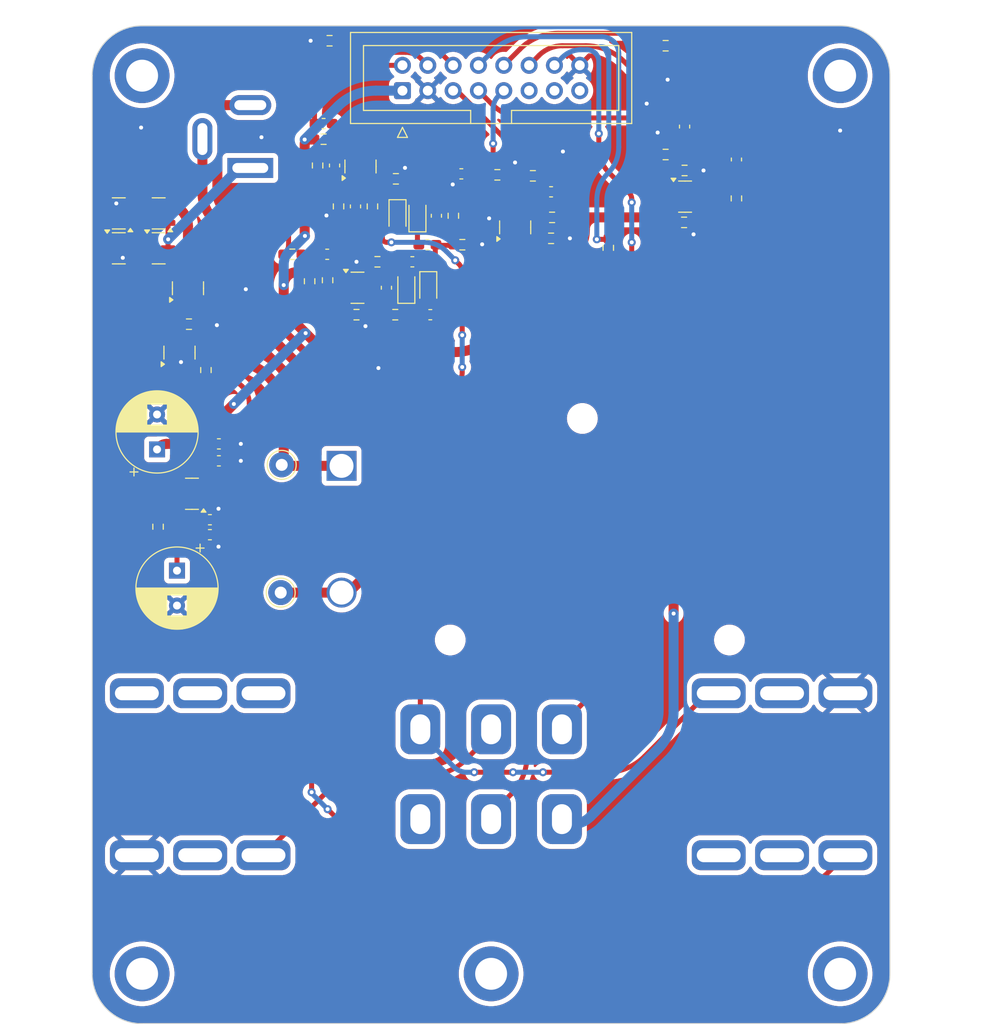
<source format=kicad_pcb>
(kicad_pcb (version 20241229) (generator "pcbnew") (generator_version "9.0")
  (layers (0 "F.Cu" signal) (2 "B.Cu" signal) (13 "F.Paste" user) (15 "B.Paste" user) (5 "F.SilkS" user "F.Silkscreen") (7 "B.SilkS" user "B.Silkscreen") (1 "F.Mask" user) (3 "B.Mask" user) (25 "Edge.Cuts" user))
  (net 0 "")
  (net 1 "Net-(D1-K)")
  (net 2 "Net-(D1-A)")
  (net 3 "Net-(D3-K)")
  (net 4 "Net-(D3-A)")
  (net 5 "Net-(Q1-E)")
  (net 6 "Net-(Q2-E)")
  (net 7 "Net-(Q3-B)")
  (net 8 "Net-(Q3-E)")
  (net 9 "Net-(Q3-C)")
  (net 10 "Net-(Q5-B)")
  (net 11 "Net-(Q4-B)")
  (net 12 "Net-(Q4-C)")
  (net 13 "0")
  (net 14 "9V")
  (net 15 "Net-(Q1-B)")
  (net 16 "Net-(Q2-B)")
  (net 17 "Net-(C2-Pad1)")
  (net 18 "Net-(C4-Pad1)")
  (net 19 "Net-(C7-Pad1)")
  (net 20 "BAT-")
  (net 21 "Net-(Q4-E)")
  (net 24 "BAT+")
  (net 25 "FS_OUT")
  (net 29 "F_OUT")
  (net 30 "Net-(SW1A-B)")
  (net 31 "SW_IN")
  (net 33 "IN_CONNECT")
  (net 34 "CONN-")
  (net 35 "CONN+")
  (net 36 "Net-(J6B-Pin_5)")
  (net 37 "Net-(J6B-Pin_9)")
  (net 38 "Net-(J6D-Pin_8)")
  (net 39 "Net-(J6A-Pin_4)")
  (net 40 "Net-(J6C-Pin_14)")
  (net 41 "Net-(J6E-Pin_10)")
  (net 45 "Net-(SW1B-B)")
  (net 46 "REG_IN")
  (net 47 "Net-(Q12-D)")
  (net 50 "Net-(J6C-Pin_12)")
  (net 51 "Net-(J6A-Pin_6)")
  (footprint "Resistor_SMD:R_0603_1608Metric_Pad0.98x0.95mm_HandSolder" (layer "F.Cu") (at 80.45 65.3375 180)
    (property "Reference" "R2" (hide yes))
    (property "Value" "100")
  )
  (footprint "Capacitor_SMD:C_0603_1608Metric_Pad1.08x0.95mm_HandSolder" (layer "F.Cu") (at 82.1 73.65)
    (property "Reference" "C6" (hide yes))
    (property "Value" "1u")
  )
  (footprint "Diode_SMD:D_SOD-323" (layer "F.Cu") (at 81.5 76.2 90)
    (property "Reference" "D3" (hide yes))
    (property "Value" "1N4148WS")
  )
  (footprint "Diode_SMD:D_SOD-323" (layer "F.Cu") (at 83.7 76.25 -90)
    (property "Reference" "D5" (hide yes))
    (property "Value" "1N4148WS")
  )
  (footprint "Capacitor_SMD:C_0603_1608Metric_Pad1.08x0.95mm_HandSolder" (layer "F.Cu") (at 87.0125 64.8375)
    (property "Reference" "C13" (hide yes))
    (property "Value" "10n")
  )
  (footprint "Resistor_SMD:R_0603_1608Metric_Pad0.98x0.95mm_HandSolder" (layer "F.Cu") (at 94.1875 65.0375)
    (property "Reference" "R22" (hide yes))
    (property "Value" "22k")
  )
  (footprint "pedale:M3_hole_with_spacer" (layer "F.Cu") (at 55 145)
    (property "Reference" "H3" (hide yes))
    (property "Value" "MountingHole")
  )
  (footprint "Capacitor_SMD:C_0603_1608Metric_Pad1.08x0.95mm_HandSolder" (layer "F.Cu") (at 96.0125 66.6375 180)
    (property "Reference" "C12" (hide yes))
    (property "Value" "4.7n")
  )
  (footprint "Resistor_SMD:R_0603_1608Metric_Pad0.98x0.95mm_HandSolder" (layer "F.Cu") (at 73.6 75.5 -90)
    (property "Reference" "R9" (hide yes))
    (property "Value" "470k")
  )
  (footprint "pedale:floating_red_led" (layer "F.Cu") (at 106 117)
    (property "Reference" "D9" (hide yes))
    (property "Value" "floating_red_led")
  )
  (footprint "Resistor_SMD:R_0603_1608Metric_Pad0.98x0.95mm_HandSolder" (layer "F.Cu") (at 61.4 84.5 -90)
    (property "Reference" "R27" (hide yes))
    (property "Value" "100k")
  )
  (footprint "Package_TO_SOT_SMD:SOT-23" (layer "F.Cu") (at 56.6625 68.8 180)
    (property "Reference" "Q10" (hide yes))
    (property "Value" "AO3401A")
  )
  (footprint "Resistor_SMD:R_0603_1608Metric_Pad0.98x0.95mm_HandSolder" (layer "F.Cu") (at 101.75 72.25 -90)
    (property "Reference" "R26" (hide yes))
    (property "Value" "1k")
  )
  (footprint "Capacitor_SMD:C_0603_1608Metric_Pad1.08x0.95mm_HandSolder" (layer "F.Cu") (at 84.5125 69.0375 90)
    (property "Reference" "C9" (hide yes))
    (property "Value" "470p")
  )
  (footprint "pedale:M3_hole_with_spacer" (layer "F.Cu") (at 125 145)
    (property "Reference" "H4" (hide yes))
    (property "Value" "MountingHole")
  )
  (footprint "Resistor_SMD:R_0603_1608Metric_Pad0.98x0.95mm_HandSolder" (layer "F.Cu") (at 78.6 73.65 180)
    (property "Reference" "R8" (hide yes))
    (property "Value" "100k")
  )
  (footprint "Capacitor_SMD:C_0603_1608Metric_Pad1.08x0.95mm_HandSolder" (layer "F.Cu") (at 109.4 60.1 -90)
    (property "Reference" "C10" (hide yes))
    (property "Value" "100n")
  )
  (footprint "Capacitor_SMD:C_0603_1608Metric_Pad1.08x0.95mm_HandSolder" (layer "F.Cu") (at 62.7 91.897349)
    (property "Reference" "C17" (hide yes))
    (property "Value" "10u")
  )
  (footprint "Connector_IDC:IDC-Header_2x08_P2.54mm_Vertical" (layer "F.Cu") (at 81.11 56.5025 90)
    (property "Reference" "J6" (hide yes))
    (property "Value" "top_panel_connector")
  )
  (footprint "Capacitor_SMD:C_0603_1608Metric_Pad1.08x0.95mm_HandSolder" (layer "F.Cu") (at 61.8 100.997349 180)
    (property "Reference" "C18" (hide yes))
    (property "Value" "100n")
  )
  (footprint "Capacitor_SMD:C_0603_1608Metric_Pad1.08x0.95mm_HandSolder" (layer "F.Cu") (at 62.7 93.597349)
    (property "Reference" "C16" (hide yes))
    (property "Value" "10u")
  )
  (footprint "Capacitor_SMD:C_0603_1608Metric_Pad1.08x0.95mm_HandSolder" (layer "F.Cu") (at 61.8 99.497349)
    (property "Reference" "C14" (hide yes))
    (property "Value" "10u")
  )
  (footprint "Resistor_SMD:R_0603_1608Metric_Pad0.98x0.95mm_HandSolder" (layer "F.Cu") (at 80.3875 78.95)
    (property "Reference" "R12" (hide yes))
    (property "Value" "10k")
  )
  (footprint "pedale:M3_hole_with_spacer" (layer "F.Cu") (at 90 145)
    (property "Reference" "H5" (hide yes))
    (property "Value" "MountingHole")
  )
  (footprint "Diode_SMD:D_SOD-323" (layer "F.Cu") (at 80.6125 69.0375 -90)
    (property "Reference" "D2" (hide yes))
    (property "Value" "1N4148WS")
  )
  (footprint "pedale:M3_hole_with_spacer" (layer "F.Cu") (at 55 55)
    (property "Reference" "H1" (hide yes))
    (property "Value" "MountingHole")
  )
  (footprint "pedale:BarrelJack" (layer "F.Cu") (at 65.85 64.25 180)
    (property "Reference" "J9" (hide yes))
    (property "Value" "Barrel_Jack_Switch")
  )
  (footprint "pedale:bottom_plate" (layer "F.Cu") (at 50 50)
    (property "Reference" "P2" (hide yes))
    (property "Value" "bottom_panel")
  )
  (footprint "Resistor_SMD:R_0603_1608Metric_Pad0.98x0.95mm_HandSolder" (layer "F.Cu") (at 114.6 67.3 -90)
    (property "Reference" "R20" (hide yes))
    (property "Value" "15k")
  )
  (footprint "Capacitor_THT:CP_Radial_D8.0mm_P3.50mm" (layer "F.Cu") (at 56.5 92.45 90)
    (property "Reference" "C19" (hide yes))
    (property "Value" "470u")
  )
  (footprint "Package_TO_SOT_SMD:SOT-23" (layer "F.Cu") (at 58.75 82.75 90)
    (property "Reference" "Q12" (hide yes))
    (property "Value" "AO3400A")
  )
  (footprint "Resistor_SMD:R_0603_1608Metric_Pad0.98x0.95mm_HandSolder" (layer "F.Cu") (at 71.8 75.6 -90)
    (property "Reference" "R10" (hide yes))
    (property "Value" "10k")
  )
  (footprint "Capacitor_SMD:C_0603_1608Metric_Pad1.08x0.95mm_HandSolder" (layer "F.Cu") (at 83.9 78.95)
    (property "Reference" "C7" (hide yes))
    (property "Value" "100n")
  )
  (footprint "Resistor_SMD:R_0603_1608Metric_Pad0.98x0.95mm_HandSolder" (layer "F.Cu") (at 70.0625 72.9)
    (property "Reference" "R7" (hide yes))
    (property "Value" "10k")
  )
  (footprint "Capacitor_SMD:C_0603_1608Metric_Pad1.08x0.95mm_HandSolder" (layer "F.Cu") (at 73.2 59.8 180)
    (property "Reference" "C3" (hide yes))
    (property "Value" "1u")
  )
  (footprint "Resistor_SMD:R_0603_1608Metric_Pad0.98x0.95mm_HandSolder" (layer "F.Cu") (at 59.7 79.9 180)
    (property "Reference" "R23" (hide yes))
    (property "Value" "100k")
  )
  (footprint "Capacitor_SMD:C_0603_1608Metric_Pad1.08x0.95mm_HandSolder" (layer "F.Cu") (at 79.5 76.25 -90)
    (property "Reference" "C5" (hide yes))
    (property "Value" "470p")
  )
  (footprint "Package_TO_SOT_SMD:SOT-23" (layer "F.Cu") (at 92.4125 70.2 90)
    (property "Reference" "Q2" (hide yes))
    (property "Value" "MMBT5551")
  )
  (footprint "Package_TO_SOT_SMD:SOT-23" (layer "F.Cu") (at 60 96.897349 180)
    (property "Reference" "Q5" (hide yes))
    (property "Value" "MMBT5551")
  )
  (footprint "Resistor_SMD:R_0603_1608Metric_Pad0.98x0.95mm_HandSolder" (layer "F.Cu") (at 86.2125 69.0375 90)
    (property "Reference" "R14" (hide yes))
    (property "Value" "470k")
  )
  (footprint "Capacitor_SMD:C_0603_1608Metric_Pad1.08x0.95mm_HandSolder" (layer "F.Cu") (at 83.6125 71.9375 180)
    (property "Reference" "C8" (hide yes))
    (property "Value" "1u")
  )
  (footprint "pedale:Jack_6.35mm" (layer "F.Cu") (at 67.175 133.115 180)
    (property "Reference" "J2" (hide yes))
    (property "Value" "Jack_6.35")
  )
  (footprint "Package_TO_SOT_SMD:SOT-23" (layer "F.Cu") (at 56.6625 72.3)
    (property "Reference" "Q8" (hide yes))
    (property "Value" "AO3401A")
  )
  (footprint "Diode_SMD:D_SOD-323" (layer "F.Cu") (at 82.6125 69.0375 90)
    (property "Reference" "D1" (hide yes))
    (property "Value" "1N4148WS")
  )
  (footprint "Resistor_SMD:R_0603_1608Metric_Pad0.98x0.95mm_HandSolder" (layer "F.Cu") (at 107.5 62.9 180)
    (property "Reference" "R19" (hide yes))
    (property "Value" "470k")
  )
  (footprint "Resistor_SMD:R_0603_1608Metric_Pad0.98x0.95mm_HandSolder" (layer "F.Cu") (at 73.8 51.5 180)
    (property "Reference" "R6" (hide yes))
    (property "Value" "1k")
  )
  (footprint "Resistor_SMD:R_0603_1608Metric_Pad0.98x0.95mm_HandSolder" (layer "F.Cu") (at 96.0125 71.3)
    (property "Reference" "R16" (hide yes))
    (property "Value" "150")
  )
  (footprint "Package_TO_SOT_SMD:SOT-23" (layer "F.Cu") (at 76.9 64.1 90)
    (property "Reference" "Q4" (hide yes))
    (property "Value" "MMBT5551")
  )
  (footprint "Resistor_SMD:R_0603_1608Metric_Pad0.98x0.95mm_HandSolder" (layer "F.Cu") (at 109.35 69.7)
    (property "Reference" "R21" (hide yes))
    (property "Value" "3.3k")
  )
  (footprint "Package_TO_SOT_SMD:SOT-23" (layer "F.Cu") (at 76.6 76.25)
    (property "Reference" "Q1" (hide yes))
    (property "Value" "MMBT5551")
  )
  (footprint "Resistor_SMD:R_0603_1608Metric_Pad0.98x0.95mm_HandSolder" (layer "F.Cu") (at 72.6 64 90)
    (property "Reference" "R4" (hide yes))
    (property "Value" "470k")
  )
  (footprint "Package_TO_SOT_SMD:SOT-23" (layer "F.Cu") (at 109.45 67.12)
    (property "Reference" "Q3" (hide yes))
    (property "Value" "MMBT5551")
  )
  (footprint "pedale:Jack_6.35mm" (layer "F.Cu") (at 112.825 116.885)
    (property "Reference" "J1" (hide yes))
    (property "Value" "Jack_6.35")
  )
  (footprint "Resistor_SMD:R_0603_1608Metric_Pad0.98x0.95mm_HandSolder" (layer "F.Cu") (at 76.5 78.95)
    (property "Reference" "R11" (hide yes))
    (property "Value" "150")
  )
  (footprint "Resistor_SMD:R_0603_1608Metric_Pad0.98x0.95mm_HandSolder" (layer "F.Cu") (at 96.1125 69.2 180)
    (property "Reference" "R15" (hide yes))
    (property "Value" "10k")
  )
  (footprint "Package_TO_SOT_SMD:SOT-23" (layer "F.Cu") (at 59.6 76.3 90)
    (property "Reference" "Q6" (hide yes))
    (property "Value" "AO3401A")
  )
  (footprint "Capacitor_SMD:C_0603_1608Metric_Pad1.08x0.95mm_HandSolder" (layer "F.Cu") (at 114.6 63.4 90)
    (property "Reference" "C11" (hide yes))
    (property "Value" "100n")
  )
  (footprint "pedale:foot_switch_tht_no_pad" (layer "F.Cu") (at 90 125)
    (property "Reference" "SW1" (hide yes))
    (property "Value" "pedala_switch")
  )
  (footprint "Resistor_SMD:R_0603_1608Metric_Pad0.98x0.95mm_HandSolder" (layer "F.Cu") (at 56.6 100.197349 90)
    (property "Reference" "R24" (hide yes))
    (property "Value" "1k")
  )
  (footprint "Package_TO_SOT_SMD:SOT-23" (layer "F.Cu") (at 52.6625 72.3)
    (property "Reference" "Q13" (hide yes))
    (property "Value" "AO3400A")
  )
  (footprint "Capacitor_SMD:C_0603_1608Metric_Pad1.08x0.95mm_HandSolder" (layer "F.Cu") (at 74.3 64 90)
    (property "Reference" "C1" (hide yes))
    (property "Value" "470p")
  )
  (footprint "Resistor_SMD:R_0603_1608Metric_Pad0.98x0.95mm_HandSolder" (layer "F.Cu") (at 87.1125 71.9375)
    (property "Reference" "R13" (hide yes))
    (property "Value" "100k")
  )
  (footprint "Package_TO_SOT_SMD:SOT-23" (layer "F.Cu") (at 52.6625 68.8 180)
    (property "Reference" "Q14" (hide yes))
    (property "Value" "AO3400A")
  )
  (footprint "Resistor_SMD:R_0603_1608Metric_Pad0.98x0.95mm_HandSolder" (layer "F.Cu") (at 109.4 64.5)
    (property "Reference" "R18" (hide yes))
    (property "Value" "100k")
  )
  (footprint "TestPoint:TestPoint_THTPad_D2.5mm_Drill1.2mm" (layer "F.Cu") (at 69 94)
    (property "Reference" "J7" (hide yes))
    (property "Value" "Conn_01x01_Socket")
  )
  (footprint "Resistor_SMD:R_0603_1608Metric_Pad0.98x0.95mm_HandSolder" (layer "F.Cu") (at 107.5 52 180)
    (property "Reference" "R25" (hide yes))
    (property "Value" "1k")
  )
  (footprint "Resistor_SMD:R_0603_1608Metric_Pad0.98x0.95mm_HandSolder" (layer "F.Cu") (at 73.2 61.3625)
    (property "Reference" "R5" (hide yes))
    (property "Value" "10k")
  )
  (footprint "pedale:BatteryHolder_Eagle_12BH611-GR" (layer "F.Cu") (at 75 94.1 180)
    (property "Reference" "BT1" (hide yes))
    (property "Value" "Battery_Cell")
  )
  (footprint "Resistor_SMD:R_0603_1608Metric_Pad0.98x0.95mm_HandSolder" (layer "F.Cu") (at 74.7 68.1 -90)
    (property "Reference" "R1" (hide yes))
    (property "Value" "47k")
  )
  (footprint "pedale:M3_hole_with_spacer" (layer "F.Cu") (at 125 55)
    (property "Reference" "H2" (hide yes))
    (property "Value" "MountingHole")
  )
  (footprint "Capacitor_SMD:C_0603_1608Metric_Pad1.08x0.95mm_HandSolder" (layer "F.Cu") (at 73.5625 72.9)
    (property "Reference" "C4" (hide yes))
    (property "Value" "100n")
  )
  (footprint "TestPoint:TestPoint_THTPad_D2.5mm_Drill1.2mm" (layer "F.Cu") (at 68.9 106.8)
    (property "Reference" "J8" (hide yes))
    (property "Value" "Conn_01x01_Socket")
  )
  (footprint "pedale:front_plate" (layer "F.Cu") (at 50 50)
    (property "Reference" "P1" (hide yes))
    (property "Value" "front_panel")
  )
  (footprint "Resistor_SMD:R_0603_1608Metric_Pad0.98x0.95mm_HandSolder" (layer "F.Cu") (at 90.625 64.9375 180)
    (property "Reference" "R17" (hide yes))
    (property "Value" "39k")
  )
  (footprint "Resistor_SMD:R_0603_1608Metric_Pad0.98x0.95mm_HandSolder" (layer "F.Cu") (at 78.1 68.1 -90)
    (property "Reference" "R3" (hide yes))
    (property "Value" "47k")
  )
  (footprint "Capacitor_THT:CP_Radial_D8.0mm_P3.50mm" (layer "F.Cu") (at 58.5 104.597349 -90)
    (property "Reference" "C20" (hide yes))
    (property "Value" "470u")
  )
  (footprint "pedale:floating_green_led" (layer "F.Cu") (at 74 117)
    (property "Reference" "D8" (hide yes))
    (property "Value" "floating_green_led")
  )
  (footprint "Capacitor_SMD:C_0603_1608Metric_Pad1.08x0.95mm_HandSolder" (layer "F.Cu") (at 76.4 68.1 90)
    (property "Reference" "C2" (hide yes))
    (property "Value" "1u")
  )
  (gr_line (start 50 55) (end 50 145) (stroke (width 0.1)) (layer "Edge.Cuts"))
  (gr_arc (start 50 55) (mid 51.464467 51.464467) (end 55 50) (stroke (width 0.1)) (layer "Edge.Cuts"))
  (gr_arc (start 125 50) (mid 128.535533 51.464467) (end 130 55) (stroke (width 0.1)) (layer "Edge.Cuts"))
  (gr_line (start 55 150) (end 125 150) (stroke (width 0.1)) (layer "Edge.Cuts"))
  (gr_line (start 130 145) (end 130 55) (stroke (width 0.1)) (layer "Edge.Cuts"))
  (gr_arc (start 55 150) (mid 51.464467 148.535533) (end 50 145) (stroke (width 0.1)) (layer "Edge.Cuts"))
  (gr_line (start 125 50) (end 55 50) (stroke (width 0.1)) (layer "Edge.Cuts"))
  (gr_arc (start 130 145) (mid 128.535533 148.535533) (end 125 150) (stroke (width 0.1)) (layer "Edge.Cuts"))
  (segment (start 82.6125 71.479917) (end 82.6125 70.0875) (width 0.5) (layer "F.Cu") (net 1))
  (segment (start 82.6125 70.0875) (end 80.6125 70.0875) (width 0.5) (layer "F.Cu") (net 1))
  (segment (start 82.75 71.885355) (end 82.75 71.9375) (width 0.5) (layer "F.Cu") (net 1))
  (segment (start 82.70625 71.70625) (end 82.775 71.775) (width 0.5) (layer "F.Cu") (net 1))
  (arc (start 82.775 71.825) (mid 82.756497 71.852691) (end 82.75 71.885355) (width 0.5) (layer "F.Cu") (net 1))
  (arc (start 82.775 71.775) (mid 82.785355 71.8) (end 82.775 71.825) (width 0.5) (layer "F.Cu") (net 1))
  (arc (start 82.6125 71.479917) (mid 82.636864 71.602407) (end 82.70625 71.70625) (width 0.5) (layer "F.Cu") (net 1))
  (segment (start 84.67071 68.1) (end 86.5 68.1) (width 0.5) (layer "F.Cu") (net 2))
  (segment (start 82.7 68) (end 80.6 68) (width 0.5) (layer "F.Cu") (net 2))
  (segment (start 91.4 65.3) (end 91.95 65.85) (width 0.5) (layer "F.Cu") (net 2))
  (segment (start 96.875 67.03125) (end 96.875 66.6375) (width 0.5) (layer "F.Cu") (net 2))
  (segment (start 91.4 65.3) (end 89.342462 67.357537) (width 0.5) (layer "F.Cu") (net 2))
  (segment (start 82.7 68) (end 84.429289 68) (width 0.5) (layer "F.Cu") (net 2))
  (segment (start 95.55 68.75) (end 95.25 69.05) (width 0.5) (layer "F.Cu") (net 2))
  (segment (start 86.5 68.1) (end 87.55 68.1) (width 0.5) (layer "F.Cu") (net 2))
  (segment (start 94.887867 69.2) (end 92.5 69.2) (width 0.5) (layer "F.Cu") (net 2))
  (segment (start 92.5 69.2) (end 92.5 67.177817) (width 0.5) (layer "F.Cu") (net 2))
  (segment (start 96.596576 67.703423) (end 95.55 68.75) (width 0.5) (layer "F.Cu") (net 2))
  (arc (start 89.342462 67.357537) (mid 88.520073 67.90704) (end 87.55 68.1) (width 0.5) (layer "F.Cu") (net 2))
  (arc (start 84.55 68.05) (mid 84.494617 68.012994) (end 84.429289 68) (width 0.5) (layer "F.Cu") (net 2))
  (arc (start 96.875 67.03125) (mid 96.802639 67.395027) (end 96.596576 67.703423) (width 0.5) (layer "F.Cu") (net 2))
  (arc (start 91.95 65.85) (mid 92.357059 66.459207) (end 92.5 67.177817) (width 0.5) (layer "F.Cu") (net 2))
  (arc (start 95.25 69.05) (mid 95.083852 69.161016) (end 94.887867 69.2) (width 0.5) (layer "F.Cu") (net 2))
  (arc (start 84.55 68.05) (mid 84.605382 68.087005) (end 84.67071 68.1) (width 0.5) (layer "F.Cu") (net 2))
  (segment (start 79.55 77.25) (end 79.5 77.3) (width 0.5) (layer "F.Cu") (net 3))
  (segment (start 73.2 76.2) (end 77.4 76.2) (width 0.5) (layer "F.Cu") (net 3))
  (segment (start 73.109206 76.4125) (end 71.8 76.4125) (width 0.5) (layer "F.Cu") (net 3))
  (segment (start 79.5 77.1125) (end 79.5 78.729289) (width 0.5) (layer "F.Cu") (net 3))
  (segment (start 79.5 77.1125) (end 79.00625 77.1125) (width 0.5) (layer "F.Cu") (net 3))
  (segment (start 78.163366 76.763366) (end 77.6 76.2) (width 0.5) (layer "F.Cu") (net 3))
  (segment (start 73.635355 76.564644) (end 74.1 76.1) (width 0.5) (layer "F.Cu") (net 3))
  (segment (start 73.564644 76.664644) (end 73.45625 76.55625) (width 0.5) (layer "F.Cu") (net 3))
  (segment (start 79.4 78.829289) (end 79.4 77.541421) (width 0.5) (layer "F.Cu") (net 3))
  (segment (start 79.77071 77.3) (end 83.7 77.3) (width 0.5) (layer "F.Cu") (net 3))
  (arc (start 79.4 78.829289) (mid 79.41808 78.856349) (end 79.45 78.85) (width 0.5) (layer "F.Cu") (net 3))
  (arc (start 73.635355 76.564644) (mid 73.609188 76.603805) (end 73.6 76.65) (width 0.5) (layer "F.Cu") (net 3))
  (arc (start 79.5 78.729289) (mid 79.487005 78.794617) (end 79.45 78.85) (width 0.5) (layer "F.Cu") (net 3))
  (arc (start 79.65 77.25) (mid 79.6 77.229289) (end 79.55 77.25) (width 0.5) (layer "F.Cu") (net 3))
  (arc (start 73.564644 76.664644) (mid 73.587214 76.669133) (end 73.6 76.65) (width 0.5) (layer "F.Cu") (net 3))
  (arc (start 79.5 77.3) (mid 79.425989 77.410764) (end 79.4 77.541421) (width 0.5) (layer "F.Cu") (net 3))
  (arc (start 73.45625 76.55625) (mid 73.297025 76.449859) (end 73.109206 76.4125) (width 0.5) (layer "F.Cu") (net 3))
  (arc (start 79.65 77.25) (mid 79.705382 77.287005) (end 79.77071 77.3) (width 0.5) (layer "F.Cu") (net 3))
  (arc (start 78.163366 76.763366) (mid 78.550084 77.021763) (end 79.00625 77.1125) (width 0.5) (layer "F.Cu") (net 3))
  (segment (start 83.047855 75.2) (end 83.7 75.2) (width 0.5) (layer "F.Cu") (net 4))
  (segment (start 82.927144 75.15) (end 81.5 75.15) (width 0.5) (layer "F.Cu") (net 4))
  (segment (start 82.9625 75.114644) (end 82.9625 73.65) (width 0.5) (layer "F.Cu") (net 4))
  (arc (start 82.9875 75.175) (mid 82.959808 75.156497) (end 82.927144 75.15) (width 0.5) (layer "F.Cu") (net 4))
  (arc (start 82.927144 75.15) (mid 82.952144 75.139644) (end 82.9625 75.114644) (width 0.5) (layer "F.Cu") (net 4))
  (arc (start 82.9625 75.114644) (mid 82.968997 75.147308) (end 82.9875 75.175) (width 0.5) (layer "F.Cu") (net 4))
  (arc (start 82.9875 75.175) (mid 83.015191 75.193502) (end 83.047855 75.2) (width 0.5) (layer "F.Cu") (net 4))
  (segment (start 75.625 78.9125) (end 75.5875 78.95) (width 0.5) (layer "F.Cu") (net 5))
  (segment (start 75.6625 78.821966) (end 75.6625 77.2) (width 0.5) (layer "F.Cu") (net 5))
  (arc (start 75.6625 78.821966) (mid 75.652754 78.870962) (end 75.625 78.9125) (width 0.5) (layer "F.Cu") (net 5))
  (segment (start 95.01875 71.21875) (end 95.1 71.3) (width 0.5) (layer "F.Cu") (net 6))
  (segment (start 94.822595 71.1375) (end 93.3625 71.1375) (width 0.5) (layer "F.Cu") (net 6))
  (arc (start 95.01875 71.21875) (mid 94.928753 71.158616) (end 94.822595 71.1375) (width 0.5) (layer "F.Cu") (net 6))
  (segment (start 108.454973 66.154973) (end 108.435 66.135) (width 0.5) (layer "F.Cu") (net 7))
  (segment (start 108.49125 66.17) (end 108.5125 66.17) (width 0.5) (layer "F.Cu") (net 7))
  (segment (start 108.5 65.929289) (end 108.5 62.5) (width 0.5) (layer "F.Cu") (net 7))
  (segment (start 109.4 61.28125) (end 109.4 60.9625) (width 0.5) (layer "F.Cu") (net 7))
  (segment (start 108.5 62.5) (end 109.174609 61.82539) (width 0.5) (layer "F.Cu") (net 7))
  (segment (start 108.45 66.05) (end 108.435 66.065) (width 0.5) (layer "F.Cu") (net 7))
  (arc (start 108.435 66.065) (mid 108.420502 66.1) (end 108.435 66.135) (width 0.5) (layer "F.Cu") (net 7))
  (arc (start 108.5 65.929289) (mid 108.487005 65.994617) (end 108.45 66.05) (width 0.5) (layer "F.Cu") (net 7))
  (arc (start 108.454973 66.154973) (mid 108.471617 66.166094) (end 108.49125 66.17) (width 0.5) (layer "F.Cu") (net 7))
  (arc (start 109.4 61.28125) (mid 109.341422 61.575736) (end 109.174609 61.82539) (width 0.5) (layer "F.Cu") (net 7))
  (segment (start 108.475 69.6625) (end 108.4375 69.7) (width 0.5) (layer "F.Cu") (net 8))
  (segment (start 108.5125 69.571966) (end 108.5125 68.07) (width 0.5) (layer "F.Cu") (net 8))
  (arc (start 108.5125 69.571966) (mid 108.502754 69.620962) (end 108.475 69.6625) (width 0.5) (layer "F.Cu") (net 8))
  (segment (start 110.3875 67.08625) (end 110.3875 67.0125) (width 0.5) (layer "F.Cu") (net 9))
  (segment (start 110.42125 67.12) (end 113.349544 67.12) (width 0.5) (layer "F.Cu") (net 9))
  (segment (start 110.3875 67.15375) (end 110.3875 67.1875) (width 0.5) (layer "F.Cu") (net 9))
  (segment (start 114.6 65.869544) (end 114.6 64.2625) (width 0.5) (layer "F.Cu") (net 9))
  (segment (start 110.3875 67.15375) (end 110.3875 67.08625) (width 0.5) (layer "F.Cu") (net 9))
  (arc (start 114.6 65.869544) (mid 114.504814 66.348072) (end 114.23375 66.75375) (width 0.5) (layer "F.Cu") (net 9))
  (arc (start 110.3875 67.08625) (mid 110.397385 67.110114) (end 110.42125 67.12) (width 0.5) (layer "F.Cu") (net 9))
  (arc (start 114.23375 66.75375) (mid 113.828072 67.024814) (end 113.349544 67.12) (width 0.5) (layer "F.Cu") (net 9))
  (arc (start 110.42125 67.12) (mid 110.397385 67.129885) (end 110.3875 67.15375) (width 0.5) (layer "F.Cu") (net 9))
  (segment (start 58.5 101.509481) (end 58.5 104.597349) (width 0.5) (layer "F.Cu") (net 10))
  (segment (start 57.987867 100.997349) (end 56.792049 100.997349) (width 0.5) (layer "F.Cu") (net 10))
  (segment (start 61.1 97.897349) (end 61.2 97.797349) (width 0.5) (layer "F.Cu") (net 10))
  (segment (start 56.65625 101.053599) (end 56.6 101.109849) (width 0.5) (layer "F.Cu") (net 10))
  (segment (start 60.658578 100.997349) (end 59.012132 100.997349) (width 0.5) (layer "F.Cu") (net 10))
  (segment (start 61 100.655927) (end 61 98.13877) (width 0.5) (layer "F.Cu") (net 10))
  (arc (start 61.1 97.897349) (mid 61.025989 98.008113) (end 61 98.13877) (width 0.5) (layer "F.Cu") (net 10))
  (arc (start 58.5 101.509481) (mid 58.461016 101.313496) (end 58.35 101.147349) (width 0.5) (layer "F.Cu") (net 10))
  (arc (start 60.9 100.897349) (mid 60.789234 100.971359) (end 60.658578 100.997349) (width 0.5) (layer "F.Cu") (net 10))
  (arc (start 59.012132 100.997349) (mid 58.816147 101.036332) (end 58.65 101.147349) (width 0.5) (layer "F.Cu") (net 10))
  (arc (start 58.35 101.147349) (mid 58.5 101.209481) (end 58.65 101.147349) (width 0.5) (layer "F.Cu") (net 10))
  (arc (start 58.35 101.147349) (mid 58.183852 101.036332) (end 57.987867 100.997349) (width 0.5) (layer "F.Cu") (net 10))
  (arc (start 61 100.655927) (mid 60.97401 100.786583) (end 60.9 100.897349) (width 0.5) (layer "F.Cu") (net 10))
  (arc (start 56.792049 100.997349) (mid 56.718555 101.011967) (end 56.65625 101.053599) (width 0.5) (layer "F.Cu") (net 10))
  (arc (start 58.65 101.147349) (mid 58.538983 101.313496) (end 58.5 101.509481) (width 0.5) (layer "F.Cu") (net 10))
  (segment (start 76.175 67.0125) (end 76.375 67.2125) (width 0.5) (layer "F.Cu") (net 11))
  (segment (start 74.214644 64.9125) (end 72.6 64.9125) (width 0.5) (layer "F.Cu") (net 11))
  (segment (start 74.335355 64.8625) (end 75.651256 64.8625) (width 0.5) (layer "F.Cu") (net 11))
  (segment (start 76.314644 67.1875) (end 74.7 67.1875) (width 0.5) (layer "F.Cu") (net 11))
  (segment (start 75.95 66.469301) (end 75.95 65.161243) (width 0.5) (layer "F.Cu") (net 11))
  (arc (start 74.335355 64.8625) (mid 74.302691 64.868997) (end 74.275 64.8875) (width 0.5) (layer "F.Cu") (net 11))
  (arc (start 74.275 64.8875) (mid 74.247308 64.906002) (end 74.214644 64.9125) (width 0.5) (layer "F.Cu") (net 11))
  (arc (start 75.8625 64.95) (mid 75.927259 65.046919) (end 75.95 65.161243) (width 0.5) (layer "F.Cu") (net 11))
  (arc (start 75.8625 64.95) (mid 75.76558 64.88524) (end 75.651256 64.8625) (width 0.5) (layer "F.Cu") (net 11))
  (arc (start 76.375 67.2125) (mid 76.375 67.2125) (end 76.375 67.2125) (width 0.5) (layer "F.Cu") (net 11))
  (arc (start 76.375 67.2125) (mid 76.347308 67.193997) (end 76.314644 67.1875) (width 0.5) (layer "F.Cu") (net 11))
  (arc (start 75.95 66.469301) (mid 76.008475 66.763278) (end 76.175 67.0125) (width 0.5) (layer "F.Cu") (net 11))
  (segment (start 76.835983 63.1375) (end 74.3 63.1375) (width 0.5) (layer "F.Cu") (net 12))
  (segment (start 74.1125 61.397855) (end 74.1125 62.679917) (width 0.5) (layer "F.Cu") (net 12))
  (segment (start 74.150628 63.0875) (end 72.6 63.0875) (width 0.5) (layer "F.Cu") (net 12))
  (segment (start 76.88125 63.11875) (end 76.9 63.1) (width 0.5) (layer "F.Cu") (net 12))
  (segment (start 74.0625 61.277144) (end 74.0625 59.8) (width 0.5) (layer "F.Cu") (net 12))
  (segment (start 74.25625 62.95625) (end 74.20625 62.90625) (width 0.5) (layer "F.Cu") (net 12))
  (arc (start 74.0875 61.3375) (mid 74.106002 61.365191) (end 74.1125 61.397855) (width 0.5) (layer "F.Cu") (net 12))
  (arc (start 74.1125 62.679917) (mid 74.136864 62.802407) (end 74.20625 62.90625) (width 0.5) (layer "F.Cu") (net 12))
  (arc (start 76.88125 63.11875) (mid 76.860481 63.132627) (end 76.835983 63.1375) (width 0.5) (layer "F.Cu") (net 12))
  (arc (start 74.25625 63.04375) (mid 74.20779 63.076129) (end 74.150628 63.0875) (width 0.5) (layer "F.Cu") (net 12))
  (arc (start 74.0625 61.277144) (mid 74.068997 61.309808) (end 74.0875 61.3375) (width 0.5) (layer "F.Cu") (net 12))
  (arc (start 74.25625 62.95625) (mid 74.274371 62.999999) (end 74.25625 63.04375) (width 0.5) (layer "F.Cu") (net 12))
  (segment (start 63.5625 91.897349) (end 64.9 91.897349) (width 0.5) (layer "F.Cu") (net 13))
  (segment (start 52.497855 67.85) (end 53.6 67.85) (width 0.5) (layer "F.Cu") (net 13))
  (segment (start 52.4375 67.825) (end 52.4125 67.8) (width 0.5) (layer "F.Cu") (net 13))
  (segment (start 110.2625 70.835983) (end 110.2625 69.7) (width 0.5) (layer "F.Cu") (net 13))
  (segment (start 73.4875 69.0125) (end 74.7 69.0125) (width 0.5) (layer "F.Cu") (net 13))
  (segment (start 77.4125 80.078661) (end 77.4125 78.95) (width 0.5) (layer "F.Cu") (net 13))
  (segment (start 92.985568 63.914432) (end 92.902352 63.831216) (width 0.5) (layer "F.Cu") (net 13))
  (segment (start 53.0625 73.25) (end 51.725 73.25) (width 0.5) (layer "F.Cu") (net 13))
  (segment (start 77.40625 80.09375) (end 77.4 80.1) (width 0.5) (layer "F.Cu") (net 13))
  (segment (start 96.925 71.3) (end 97.9 71.3) (width 0.5) (layer "F.Cu") (net 13))
  (segment (start 59.021338 83.6875) (end 59.7 83.6875) (width 0.5) (layer "F.Cu") (net 13))
  (segment (start 92.585568 63.7) (end 92.4 63.7) (width 0.5) (layer "F.Cu") (net 13))
  (segment (start 62.6625 98.397349) (end 62.6625 99.497349) (width 0.5) (layer "F.Cu") (net 13))
  (segment (start 89.08125 71.91875) (end 89.1 71.9) (width 0.5) (layer "F.Cu") (net 13))
  (segment (start 62.6625 100.997349) (end 62.6625 102.197349) (width 0.5) (layer "F.Cu") (net 13))
  (segment (start 110.3125 64.5) (end 111.3 64.5) (width 0.5) (layer "F.Cu") (net 13))
  (segment (start 63.5625 93.597349) (end 64.9 93.597349) (width 0.5) (layer "F.Cu") (net 13))
  (segment (start 89.035983 71.9375) (end 88.025 71.9375) (width 0.5) (layer "F.Cu") (net 13))
  (segment (start 93.2 64.432116) (end 93.2 64.909466) (width 0.5) (layer "F.Cu") (net 13))
  (segment (start 81.4125 65.2) (end 81.4125 64.1) (width 0.5) (layer "F.Cu") (net 13))
  (segment (start 76.5 73.65) (end 77.6875 73.65) (width 0.5) (layer "F.Cu") (net 13))
  (segment (start 93.2375 65) (end 93.275 65.0375) (width 0.5) (layer "F.Cu") (net 13))
  (segment (start 86.15 64.8375) (end 86.15 65.9) (width 0.5) (layer "F.Cu") (net 13))
  (segment (start 72.3875 51.5) (end 71.9 51.5) (width 0.5) (layer "F.Cu") (net 13))
  (segment (start 58.991161 83.7) (end 58.9 83.7) (width 0.5) (layer "F.Cu") (net 13))
  (segment (start 110.28125 70.88125) (end 110.3 70.9) (width 0.5) (layer "F.Cu") (net 13))
  (via (at 66.97 61.17) (size 0.8) (drill 0.4) (layers "F.Cu" "B.Cu") (net 13))
  (via (at 62.5 80) (size 0.8) (drill 0.4) (layers "F.Cu" "B.Cu") (net 13))
  (via (at 111.3 64.5) (size 0.8) (drill 0.4) (layers "F.Cu" "B.Cu") (net 13))
  (via (at 73.4875 69.0125) (size 0.8) (drill 0.4) (layers "F.Cu" "B.Cu") (net 13))
  (via (at 110.3 70.9) (size 0.8) (drill 0.4) (layers "F.Cu" "B.Cu") (net 13))
  (via (at 52.4125 67.8) (size 0.8) (drill 0.4) (layers "F.Cu" "B.Cu") (net 13))
  (via (at 65.4 76.4) (size 0.8) (drill 0.4) (layers "F.Cu" "B.Cu") (net 13))
  (via (at 62.6625 98.397349) (size 0.8) (drill 0.4) (layers "F.Cu" "B.Cu") (net 13))
  (via (at 62.6625 102.197349) (size 0.8) (drill 0.4) (layers "F.Cu" "B.Cu") (net 13))
  (via (at 71.9 51.5) (size 0.8) (drill 0.4) (layers "F.Cu" "B.Cu") (net 13))
  (via (at 64.9 93.597349) (size 0.8) (drill 0.4) (layers "F.Cu" "B.Cu") (net 13))
  (via (at 89.8 69.3) (size 0.8) (drill 0.4) (layers "F.Cu" "B.Cu") (net 13))
  (via (at 89.1 71.9) (size 0.8) (drill 0.4) (layers "F.Cu" "B.Cu") (net 13))
  (via (at 106.7 60.7) (size 0.8) (drill 0.4) (layers "F.Cu" "B.Cu") (net 13))
  (via (at 105.6 57.8) (size 0.8) (drill 0.4) (layers "F.Cu" "B.Cu") (net 13))
  (via (at 64.9 91.897349) (size 0.8) (drill 0.4) (layers "F.Cu" "B.Cu") (net 13))
  (via (at 92.4 63.7) (size 0.8) (drill 0.4) (layers "F.Cu" "B.Cu") (net 13))
  (via (at 76.5 73.65) (size 0.8) (drill 0.4) (layers "F.Cu" "B.Cu") (net 13))
  (via (at 53.0625 73.25) (size 0.8) (drill 0.4) (layers "F.Cu" "B.Cu") (net 13))
  (via (at 86.15 65.9) (size 0.8) (drill 0.4) (layers "F.Cu" "B.Cu") (net 13))
  (via (at 58.9 83.7) (size 0.8) (drill 0.4) (layers "F.Cu" "B.Cu") (net 13))
  (via (at 125 60.5) (size 0.8) (drill 0.4) (layers "F.Cu" "B.Cu") (net 13))
  (via (at 107.7 55.4) (size 0.8) (drill 0.4) (layers "F.Cu" "B.Cu") (net 13))
  (via (at 77.4 80.1) (size 0.8) (drill 0.4) (layers "F.Cu" "B.Cu") (net 13))
  (via (at 81.3625 64.2375) (size 0.8) (drill 0.4) (layers "F.Cu" "B.Cu") (net 13))
  (via (at 54.9 60.2) (size 0.8) (drill 0.4) (layers "F.Cu" "B.Cu") (net 13))
  (via (at 97.9 71.3) (size 0.8) (drill 0.4) (layers "F.Cu" "B.Cu") (net 13))
  (via (at 97.2 62.6) (size 0.8) (drill 0.4) (layers "F.Cu" "B.Cu") (net 13))
  (via (at 78.7 84.3) (size 0.8) (drill 0.4) (layers "F.Cu" "B.Cu") (net 13))
  (arc (start 59.00625 83.69375) (mid 58.999327 83.698375) (end 58.991161 83.7) (width 0.5) (layer "F.Cu") (net 13))
  (arc (start 89.08125 71.91875) (mid 89.060481 71.932627) (end 89.035983 71.9375) (width 0.5) (layer "F.Cu") (net 13))
  (arc (start 92.985568 63.914432) (mid 93.14427 64.151947) (end 93.2 64.432116) (width 0.5) (layer "F.Cu") (net 13))
  (arc (start 92.902352 63.831216) (mid 92.75701 63.734101) (end 92.585568 63.7) (width 0.5) (layer "F.Cu") (net 13))
  (arc (start 52.4375 67.825) (mid 52.465191 67.843502) (end 52.497855 67.85) (width 0.5) (layer "F.Cu") (net 13))
  (arc (start 77.4125 80.078661) (mid 77.410875 80.086827) (end 77.40625 80.09375) (width 0.5) (layer "F.Cu") (net 13))
  (arc (start 110.2625 70.835983) (mid 110.267372 70.860481) (end 110.28125 70.88125) (width 0.5) (layer "F.Cu") (net 13))
  (arc (start 93.2 64.909466) (mid 93.209745 64.958462) (end 93.2375 65) (width 0.5) (layer "F.Cu") (net 13))
  (arc (start 59.021338 83.6875) (mid 59.013172 83.689124) (end 59.00625 83.69375) (width 0.5) (layer "F.Cu") (net 13))
  (segment (start 56.518614 92.431385) (end 56.776325 92.173674) (width 1) (layer "F.Cu") (net 14))
  (segment (start 116.7 64.627575) (end 116.7 62.541463) (width 1) (layer "F.Cu") (net 14))
  (segment (start 72.28125 61.40625) (end 72.2875 61.4125) (width 1) (layer "F.Cu") (net 14))
  (segment (start 70.5 74.6875) (end 71.8 74.6875) (width 1) (layer "F.Cu") (net 14))
  (segment (start 90.143792 81.106207) (end 98.463083 72.786916) (width 1) (layer "F.Cu") (net 14))
  (segment (start 61.8375 91.897349) (end 57.443434 91.897349) (width 1) (layer "F.Cu") (net 14))
  (segment (start 115.65 67.1625) (end 114.6 68.2125) (width 1) (layer "F.Cu") (net 14))
  (segment (start 62.415506 89.684493) (end 64.2 87.9) (width 1) (layer "F.Cu") (net 14))
  (segment (start 70.45 79.85) (end 72.35 81.75) (width 1) (layer "F.Cu") (net 14))
  (segment (start 98.2125 69.2) (end 100.5875 69.2) (width 1) (layer "F.Cu") (net 14))
  (segment (start 100.5875 69.2) (end 106.3 69.2) (width 1) (layer "F.Cu") (net 14))
  (segment (start 61.8375 91.897349) (end 61.8375 93.597349) (width 1) (layer "F.Cu") (net 14))
  (segment (start 106.44375 63.04375) (end 106.5875 62.9) (width 1) (layer "F.Cu") (net 14))
  (segment (start 98.2125 69.2) (end 97.025 69.2) (width 1) (layer "F.Cu") (net 14))
  (segment (start 61.1 95.792424) (end 61.1 95.8) (width 1) (layer "F.Cu") (net 14))
  (segment (start 106.3 70.1) (end 106.3 70.5) (width 1) (layer "F.Cu") (net 14))
  (segment (start 70.3 79.7) (end 70.45 79.85) (width 1) (layer "F.Cu") (net 14))
  (segment (start 69.2 77.044365) (end 69.2 75.9875) (width 1) (layer "F.Cu") (net 14))
  (segment (start 106.3 69.2) (end 106.3 63.390793) (width 1) (layer "F.Cu") (net 14))
  (segment (start 114.6 70.942893) (end 114.6 68.2125) (width 1) (layer "F.Cu") (net 14))
  (segment (start 61.8375 94.525857) (end 61.8375 93.597349) (width 1) (layer "F.Cu") (net 14))
  (segment (start 56.473674 92.45) (end 56.447349 92.45) (width 1) (layer "F.Cu") (net 14))
  (segment (start 106.794974 71.694974) (end 107.475 72.375) (width 1) (layer "F.Cu") (net 14))
  (segment (start 71.315 71.045) (end 71.33 71.06) (width 1) (layer "F.Cu") (net 14))
  (segment (start 99.4 70.3875) (end 99.4 70.525) (width 1) (layer "F.Cu") (net 14))
  (segment (start 71.7875 61.4) (end 72.266161 61.4) (width 1) (layer "F.Cu") (net 14))
  (segment (start 61.105356 95.779492) (end 61.46875 95.416099) (width 1) (layer "F.Cu") (net 14))
  (segment (start 86.296036 82.7) (end 74.643502 82.7) (width 1) (layer "F.Cu") (net 14))
  (segment (start 106.3 70.1) (end 106.3 69.2) (width 1) (layer "F.Cu") (net 14))
  (segment (start 108.3 73.588908) (end 108.3 108.9) (width 1) (layer "F.Cu") (net 14))
  (segment (start 61.8375 91.897349) (end 61.8375 91.079924) (width 1) (layer "F.Cu") (net 14))
  (segment (start 112.892893 72.65) (end 108.138908 72.65) (width 1) (layer "F.Cu") (net 14))
  (segment (start 115.106207 58.693707) (end 108.4125 52) (width 1) (layer "F.Cu") (net 14))
  (segment (start 71.3 61.8875) (end 71.3 71.008786) (width 1) (layer "F.Cu") (net 14))
  (segment (start 108.025 72.925) (end 107.475 72.375) (width 1) (layer "F.Cu") (net 14))
  (via (at 71.4 80.8) (size 0.8) (drill 0.4) (layers "F.Cu" "B.Cu") (net 14))
  (via (at 71.33 71.06) (size 0.8) (drill 0.4) (layers "F.Cu" "B.Cu") (net 14))
  (via (at 71.3 61.4) (size 0.8) (drill 0.4) (layers "F.Cu" "B.Cu") (net 14))
  (via (at 69.2 75.9875) (size 0.8) (drill 0.4) (layers "F.Cu" "B.Cu") (net 14))
  (via (at 64.2 87.9) (size 0.8) (drill 0.4) (layers "F.Cu" "B.Cu") (net 14))
  (via (at 108.3 108.9) (size 0.8) (drill 0.4) (layers "F.Cu" "B.Cu") (net 14))
  (arc (start 72.35 81.75) (mid 73.402267 82.453103) (end 74.643502 82.7) (width 1) (layer "F.Cu") (net 14))
  (arc (start 72.28125 61.40625) (mid 72.274327 61.401624) (end 72.266161 61.4) (width 1) (layer "F.Cu") (net 14))
  (arc (start 61.8375 94.525857) (mid 61.741664 95.007652) (end 61.46875 95.416099) (width 1) (layer "F.Cu") (net 14))
  (arc (start 70.5 74.6875) (mid 69.580761 75.068261) (end 69.2 75.9875) (width 1) (layer "F.Cu") (net 14))
  (arc (start 69.2 77.044365) (mid 69.48588 78.481584) (end 70.3 79.7) (width 1) (layer "F.Cu") (net 14))
  (arc (start 62.415506 89.684493) (mid 61.987718 90.324722) (end 61.8375 91.079924) (width 1) (layer "F.Cu") (net 14))
  (arc (start 107.475 72.375) (mid 107.779603 72.578529) (end 108.138908 72.65) (width 1) (layer "F.Cu") (net 14))
  (arc (start 71.3 71.008786) (mid 71.303898 71.028385) (end 71.315 71.045) (width 1) (layer "F.Cu") (net 14))
  (arc (start 56.518614 92.431385) (mid 56.497995 92.445162) (end 56.473674 92.45) (width 1) (layer "F.Cu") (net 14))
  (arc (start 115.106207 58.693707) (mid 116.285786 60.459072) (end 116.7 62.541463) (width 1) (layer "F.Cu") (net 14))
  (arc (start 106.3 70.5) (mid 106.428639 71.146715) (end 106.794974 71.694974) (width 1) (layer "F.Cu") (net 14))
  (arc (start 57.443434 91.897349) (mid 57.082397 91.969163) (end 56.776325 92.173674) (width 1) (layer "F.Cu") (net 14))
  (arc (start 100.5875 69.2) (mid 99.74781 69.54781) (end 99.4 70.3875) (width 1) (layer "F.Cu") (net 14))
  (arc (start 71.7875 61.4) (mid 71.442785 61.542785) (end 71.3 61.8875) (width 1) (layer "F.Cu") (net 14))
  (arc (start 61.105356 95.779492) (mid 61.101391 95.785425) (end 61.1 95.792424) (width 1) (layer "F.Cu") (net 14))
  (arc (start 106.3 63.390793) (mid 106.337359 63.202974) (end 106.44375 63.04375) (width 1) (layer "F.Cu") (net 14))
  (arc (start 106.3 69.5) (mid 106.3 69.5) (end 106.3 69.5) (width 1) (layer "F.Cu") (net 14))
  (arc (start 90.143792 81.106207) (mid 88.378426 82.285786) (end 86.296036 82.7) (width 1) (layer "F.Cu") (net 14))
  (arc (start 114.6 70.942893) (mid 114.470054 71.596174) (end 114.1 72.15) (width 1) (layer "F.Cu") (net 14))
  (arc (start 108.138908 72.65) (mid 107.990079 72.749444) (end 108.025 72.925) (width 1) (layer "F.Cu") (net 14))
  (arc (start 99.4 70.525) (mid 99.156503 71.74914) (end 98.463083 72.786916) (width 1) (layer "F.Cu") (net 14))
  (arc (start 116.7 64.627575) (mid 116.427113 65.999466) (end 115.65 67.1625) (width 1) (layer "F.Cu") (net 14))
  (arc (start 114.1 72.15) (mid 113.546174 72.520054) (end 112.892893 72.65) (width 1) (layer "F.Cu") (net 14))
  (arc (start 99.4 70.3875) (mid 99.052189 69.54781) (end 98.2125 69.2) (width 1) (layer "F.Cu") (net 14))
  (arc (start 108.025 72.925) (mid 108.228529 73.229603) (end 108.3 73.588908) (width 1) (layer "F.Cu") (net 14))
  (segment (start 69.2 75.9875) (end 69.2 73.93875) (width 1) (layer "B.Cu") (net 14))
  (segment (start 69.729446 72.660553) (end 71.33 71.06) (width 1) (layer "B.Cu") (net 14))
  (segment (start 99.942462 129.257537) (end 106.706207 122.493792) (width 1) (layer "B.Cu") (net 14))
  (segment (start 98.15 130) (end 97.1 130) (width 1) (layer "B.Cu") (net 14))
  (segment (start 71.35 80.8) (end 71.4 80.8) (width 1) (layer "B.Cu") (net 14))
  (segment (start 74.603707 58.096292) (end 71.3 61.4) (width 1) (layer "B.Cu") (net 14))
  (segment (start 71.264644 80.835355) (end 64.2 87.9) (width 1) (layer "B.Cu") (net 14))
  (segment (start 108.3 118.646036) (end 108.3 108.9) (width 1) (layer "B.Cu") (net 14))
  (segment (start 78.451463 56.5025) (end 81.11 56.5025) (width 1) (layer "B.Cu") (net 14))
  (arc (start 108.3 118.646036) (mid 107.885786 120.728426) (end 106.706207 122.493792) (width 1) (layer "B.Cu") (net 14))
  (arc (start 99.942462 129.257537) (mid 99.120073 129.80704) (end 98.15 130) (width 1) (layer "B.Cu") (net 14))
  (arc (start 78.451463 56.5025) (mid 76.369072 56.916713) (end 74.603707 58.096292) (width 1) (layer "B.Cu") (net 14))
  (arc (start 71.35 80.8) (mid 71.303805 80.809188) (end 71.264644 80.835355) (width 1) (layer "B.Cu") (net 14))
  (arc (start 69.2 73.93875) (mid 69.337598 73.246994) (end 69.729446 72.660553) (width 1) (layer "B.Cu") (net 14))
  (segment (start 74.425 73.33125) (end 74.425 72.9) (width 0.5) (layer "F.Cu") (net 15))
  (segment (start 79.5125 75.366161) (end 79.5125 73.65) (width 0.5) (layer "F.Cu") (net 15))
  (segment (start 74.12006 74.067439) (end 73.6 74.5875) (width 0.5) (layer "F.Cu") (net 15))
  (segment (start 73.65625 74.65) (end 73.65625 74.55) (width 0.5) (layer "F.Cu") (net 15))
  (segment (start 75.50625 75.39375) (end 75.5 75.4) (width 0.5) (layer "F.Cu") (net 15))
  (segment (start 74.816313 75.3) (end 75.6625 75.3) (width 0.5) (layer "F.Cu") (net 15))
  (segment (start 79.491161 75.3875) (end 75.521338 75.3875) (width 0.5) (layer "F.Cu") (net 15))
  (segment (start 79.5125 73.65) (end 81.2375 73.65) (width 0.5) (layer "F.Cu") (net 15))
  (segment (start 73.95625 74.94375) (end 73.6 74.5875) (width 0.5) (layer "F.Cu") (net 15))
  (segment (start 74.3625 72.85) (end 74.4625 72.95) (width 0.5) (layer "F.Cu") (net 15))
  (arc (start 79.5125 75.366161) (mid 79.510875 75.374327) (end 79.50625 75.38125) (width 0.5) (layer "F.Cu") (net 15))
  (arc (start 79.50625 75.38125) (mid 79.499327 75.385875) (end 79.491161 75.3875) (width 0.5) (layer "F.Cu") (net 15))
  (arc (start 74.425 73.33125) (mid 74.345748 73.729672) (end 74.12006 74.067439) (width 0.5) (layer "F.Cu") (net 15))
  (arc (start 73.95625 74.94375) (mid 74.35085 75.207413) (end 74.816313 75.3) (width 0.5) (layer "F.Cu") (net 15))
  (arc (start 75.521338 75.3875) (mid 75.513172 75.389124) (end 75.50625 75.39375) (width 0.5) (layer "F.Cu") (net 15))
  (segment (start 85.787867 72) (end 84.4 72) (width 0.5) (layer "F.Cu") (net 16))
  (segment (start 88.312544 70.7) (end 90.71564 70.7) (width 0.5) (layer "F.Cu") (net 16))
  (segment (start 84.78125 78.93125) (end 84.7625 78.95) (width 0.5) (layer "F.Cu") (net 16))
  (segment (start 86.81875 71.31875) (end 86.2 71.9375) (width 0.5) (layer "F.Cu") (net 16))
  (segment (start 91.24375 70.91875) (end 91.4625 71.1375) (width 0.5) (layer "F.Cu") (net 16))
  (segment (start 85.958578 69.9) (end 84.5125 69.9) (width 0.5) (layer "F.Cu") (net 16))
  (segment (start 84.8 74.282842) (end 84.8 78.885983) (width 0.5) (layer "F.Cu") (net 16))
  (segment (start 86.3 70.241421) (end 86.3 71.487867) (width 0.5) (layer "F.Cu") (net 16))
  (segment (start 84.4 73.317157) (end 84.4 72) (width 0.5) (layer "F.Cu") (net 16))
  (arc (start 86.15 71.85) (mid 85.983852 71.961016) (end 85.787867 72) (width 0.5) (layer "F.Cu") (net 16))
  (arc (start 84.6 73.8) (mid 84.748021 74.021529) (end 84.8 74.282842) (width 0.5) (layer "F.Cu") (net 16))
  (arc (start 84.8 78.885983) (mid 84.795127 78.910481) (end 84.78125 78.93125) (width 0.5) (layer "F.Cu") (net 16))
  (arc (start 86.2 70) (mid 86.089234 69.925989) (end 85.958578 69.9) (width 0.5) (layer "F.Cu") (net 16))
  (arc (start 88.312544 70.7) (mid 87.504108 70.860807) (end 86.81875 71.31875) (width 0.5) (layer "F.Cu") (net 16))
  (arc (start 91.24375 70.91875) (mid 91.001451 70.756851) (end 90.71564 70.7) (width 0.5) (layer "F.Cu") (net 16))
  (arc (start 86.3 71.487867) (mid 86.261016 71.683852) (end 86.15 71.85) (width 0.5) (layer "F.Cu") (net 16))
  (arc (start 86.2 70) (mid 86.27401 70.110764) (end 86.3 70.241421) (width 0.5) (layer "F.Cu") (net 16))
  (arc (start 84.4 73.317157) (mid 84.451978 73.578469) (end 84.6 73.8) (width 0.5) (layer "F.Cu") (net 16))
  (segment (start 78.16875 68.98125) (end 78.1875 69) (width 0.5) (layer "F.Cu") (net 17))
  (segment (start 78.123483 68.9625) (end 76.4 68.9625) (width 0.5) (layer "F.Cu") (net 17))
  (arc (start 78.16875 68.98125) (mid 78.147981 68.967372) (end 78.123483 68.9625) (width 0.5) (layer "F.Cu") (net 17))
  (segment (start 72.7 72.9) (end 70.975 72.9) (width 0.5) (layer "F.Cu") (net 18))
  (segment (start 81.3 78.95) (end 83.0375 78.95) (width 0.5) (layer "F.Cu") (net 19))
  (segment (start 64.913792 78.213792) (end 77.206207 90.506207) (width 1) (layer "F.Cu") (net 20))
  (segment (start 61.05 66.694867) (end 61.05 61.35) (width 1) (layer "F.Cu") (net 20))
  (segment (start 74.65 106.8) (end 68.9 106.8) (width 1) (layer "F.Cu") (net 20))
  (segment (start 77.249999 105.249999) (end 75.947487 106.552512) (width 1) (layer "F.Cu") (net 20))
  (segment (start 78.8 101.507968) (end 78.8 94.353963) (width 1) (layer "F.Cu") (net 20))
  (segment (start 75.35 106.8) (end 74.65 106.8) (width 1) (layer "F.Cu") (net 20))
  (segment (start 63.32 74.366036) (end 63.32 72.175132) (width 1) (layer "F.Cu") (net 20))
  (arc (start 63.32 74.366036) (mid 63.734213 76.448426) (end 64.913792 78.213792) (width 1) (layer "F.Cu") (net 20))
  (arc (start 75.947487 106.552512) (mid 75.673357 106.735679) (end 75.35 106.8) (width 1) (layer "F.Cu") (net 20))
  (arc (start 78.8 101.507968) (mid 78.397167 103.533141) (end 77.249999 105.249999) (width 1) (layer "F.Cu") (net 20))
  (arc (start 62.185 69.435) (mid 63.025023 70.692183) (end 63.32 72.175132) (width 1) (layer "F.Cu") (net 20))
  (arc (start 77.206207 90.506207) (mid 78.385786 92.271572) (end 78.8 94.353963) (width 1) (layer "F.Cu") (net 20))
  (arc (start 61.05 66.694867) (mid 61.344976 68.177816) (end 62.185 69.435) (width 1) (layer "F.Cu") (net 20))
  (segment (start 79.50625 65.11875) (end 79.5875 65.2) (width 0.5) (layer "F.Cu") (net 21))
  (segment (start 79.310095 65.0375) (end 77.85 65.0375) (width 0.5) (layer "F.Cu") (net 21))
  (arc (start 79.50625 65.11875) (mid 79.416253 65.058616) (end 79.310095 65.0375) (width 0.5) (layer "F.Cu") (net 21))
  (segment (start 61.4 83.5875) (end 61.4 81.565685) (width 1) (layer "F.Cu") (net 24))
  (segment (start 60.6 80.2) (end 61 80.6) (width 1) (layer "F.Cu") (net 24))
  (segment (start 69.2 88.900869) (end 69.2 93.658578) (width 1) (layer "F.Cu") (net 24))
  (segment (start 69.05 93.95) (end 69.1 93.9) (width 1) (layer "F.Cu") (net 24))
  (segment (start 69.17071 94.1) (end 75 94.1) (width 1) (layer "F.Cu") (net 24))
  (segment (start 60.6 80.2) (end 60.6 77.0875) (width 1) (layer "F.Cu") (net 24))
  (segment (start 63.88663 83.5875) (end 61.4 83.5875) (width 1) (layer "F.Cu") (net 24))
  (arc (start 67.64375 85.14375) (mid 68.795543 86.867531) (end 69.2 88.900869) (width 1) (layer "F.Cu") (net 24))
  (arc (start 69.05 94.05) (mid 69.105382 94.087005) (end 69.17071 94.1) (width 1) (layer "F.Cu") (net 24))
  (arc (start 69.2 93.658578) (mid 69.17401 93.789234) (end 69.1 93.9) (width 1) (layer "F.Cu") (net 24))
  (arc (start 61 80.6) (mid 61.296043 81.04306) (end 61.4 81.565685) (width 1) (layer "F.Cu") (net 24))
  (arc (start 67.64375 85.14375) (mid 65.919968 83.991956) (end 63.88663 83.5875) (width 1) (layer "F.Cu") (net 24))
  (arc (start 69.05 93.95) (mid 69.029289 94) (end 69.05 94.05) (width 1) (layer "F.Cu") (net 24))
  (segment (start 78.091463 53.9625) (end 81.11 53.9625) (width 0.5) (layer "F.Cu") (net 25))
  (segment (start 72.2875 58.725) (end 72.2875 59.9375) (width 0.5) (layer "F.Cu") (net 25))
  (segment (start 73.144866 56.655132) (end 74.243707 55.556292) (width 0.5) (layer "F.Cu") (net 25))
  (arc (start 78.091463 53.9625) (mid 76.009072 54.376713) (end 74.243707 55.556292) (width 0.5) (layer "F.Cu") (net 25))
  (arc (start 73.144866 56.655132) (mid 72.510322 57.604795) (end 72.2875 58.725) (width 0.5) (layer "F.Cu") (net 25))
  (segment (start 93.398937 59.2375) (end 109.4 59.2375) (width 0.5) (layer "F.Cu") (net 29))
  (segment (start 90.0975 57.87) (end 88.73 56.5025) (width 0.5) (layer "F.Cu") (net 29))
  (arc (start 90.0975 57.87) (mid 91.612212 58.882098) (end 93.398937 59.2375) (width 0.5) (layer "F.Cu") (net 29))
  (segment (start 90 120.5) (end 90 120) (width 0.5) (layer "F.Cu") (net 30))
  (segment (start 77.443963 125.1) (end 83.646036 125.1) (width 0.5) (layer "F.Cu") (net 30))
  (segment (start 73.596207 126.693792) (end 67.175 133.115) (width 0.5) (layer "F.Cu") (net 30))
  (segment (start 89.646446 121.353553) (end 87.493792 123.506207) (width 0.5) (layer "F.Cu") (net 30))
  (arc (start 77.443963 125.1) (mid 75.361572 125.514213) (end 73.596207 126.693792) (width 0.5) (layer "F.Cu") (net 30))
  (arc (start 90 120.5) (mid 89.908114 120.961939) (end 89.646446 121.353553) (width 0.5) (layer "F.Cu") (net 30))
  (arc (start 87.493792 123.506207) (mid 85.728426 124.685786) (end 83.646036 125.1) (width 0.5) (layer "F.Cu") (net 30))
  (segment (start 82.9 111.843144) (end 82.9 120) (width 0.5) (layer "F.Cu") (net 31))
  (segment (start 78.59375 67.68125) (end 78.1 67.1875) (width 0.5) (layer "F.Cu") (net 31))
  (segment (start 105.393792 123.206207) (end 111.322555 117.277444) (width 0.5) (layer "F.Cu") (net 31))
  (segment (start 86.711091 85.688908) (end 84.493792 87.906207) (width 0.5) (layer "F.Cu") (net 31))
  (segment (start 87.1 84.75) (end 87.1 84.2) (width 0.5) (layer "F.Cu") (net 31))
  (segment (start 87.1 74.694974) (end 87.1 81) (width 0.5) (layer "F.Cu") (net 31))
  (segment (start 79.54375 71.7) (end 80 71.7) (width 0.5) (layer "F.Cu") (net 31))
  (segment (start 79.0875 68.873267) (end 79.0875 71.24375) (width 0.5) (layer "F.Cu") (net 31))
  (segment (start 82.9 107.156856) (end 82.9 111.843144) (width 0.5) (layer "F.Cu") (net 31))
  (segment (start 82.9 91.753963) (end 82.9 107.156856) (width 0.5) (layer "F.Cu") (net 31))
  (segment (start 92.2 124.8) (end 88.3 124.8) (width 0.5) (layer "F.Cu") (net 31))
  (segment (start 101.546036 124.8) (end 95.2 124.8) (width 0.5) (layer "F.Cu") (net 31))
  (segment (start 112.27 116.885) (end 112.825 116.885) (width 0.5) (layer "F.Cu") (net 31))
  (segment (start 86.75 73.85) (end 86.4 73.5) (width 0.5) (layer "F.Cu") (net 31))
  (via (at 87.1 81) (size 0.8) (drill 0.4) (layers "F.Cu" "B.Cu") (net 31))
  (via (at 92.2 124.8) (size 0.8) (drill 0.4) (layers "F.Cu" "B.Cu") (net 31))
  (via (at 88.3 124.8) (size 0.8) (drill 0.4) (layers "F.Cu" "B.Cu") (net 31))
  (via (at 86.4 73.5) (size 0.8) (drill 0.4) (layers "F.Cu" "B.Cu") (net 31))
  (via (at 87.1 84.2) (size 0.8) (drill 0.4) (layers "F.Cu" "B.Cu") (net 31))
  (via (at 80 71.7) (size 0.8) (drill 0.4) (layers "F.Cu" "B.Cu") (net 31))
  (via (at 95.2 124.8) (size 0.8) (drill 0.4) (layers "F.Cu" "B.Cu") (net 31))
  (arc (start 84.493792 87.906207) (mid 83.314213 89.671572) (end 82.9 91.753963) (width 0.5) (layer "F.Cu") (net 31))
  (arc (start 78.59375 67.68125) (mid 78.959178 68.228152) (end 79.0875 68.873267) (width 0.5) (layer "F.Cu") (net 31))
  (arc (start 105.393792 123.206207) (mid 103.628426 124.385786) (end 101.546036 124.8) (width 0.5) (layer "F.Cu") (net 31))
  (arc (start 112.27 116.885) (mid 111.757246 116.986992) (end 111.322555 117.277444) (width 0.5) (layer "F.Cu") (net 31))
  (arc (start 87.1 84.75) (mid 86.998925 85.258133) (end 86.711091 85.688908) (width 0.5) (layer "F.Cu") (net 31))
  (arc (start 79.0875 71.24375) (mid 79.221132 71.566367) (end 79.54375 71.7) (width 0.5) (layer "F.Cu") (net 31))
  (arc (start 86.75 73.85) (mid 87.009037 74.237677) (end 87.1 74.694974) (width 0.5) (layer "F.Cu") (net 31))
  (segment (start 83.327207 71.7) (end 80 71.7) (width 0.5) (layer "B.Cu") (net 31))
  (segment (start 86.382322 73.482322) (end 85.5 72.6) (width 0.5) (layer "B.Cu") (net 31))
  (segment (start 92.35 124.8) (end 92.25 124.8) (width 0.5) (layer "B.Cu") (net 31))
  (segment (start 87.55 124.8) (end 88.3 124.8) (width 0.5) (layer "B.Cu") (net 31))
  (segment (start 92.35 124.8) (end 95.2 124.8) (width 0.5) (layer "B.Cu") (net 31))
  (segment (start 87.1 84.2) (end 87.1 81) (width 0.5) (layer "B.Cu") (net 31))
  (segment (start 86.4 73.525) (end 86.4 73.55) (width 0.5) (layer "B.Cu") (net 31))
  (segment (start 82.9 120.7) (end 82.9 120.5) (width 0.5) (layer "B.Cu") (net 31))
  (segment (start 92.25 124.8) (end 92.2 124.8) (width 0.5) (layer "B.Cu") (net 31))
  (segment (start 86.269669 124.269669) (end 83.041421 121.041421) (width 0.5) (layer "B.Cu") (net 31))
  (arc (start 82.9 120.7) (mid 82.936754 120.884775) (end 83.041421 121.041421) (width 0.5) (layer "B.Cu") (net 31))
  (arc (start 86.269669 124.269669) (mid 86.85709 124.662171) (end 87.55 124.8) (width 0.5) (layer "B.Cu") (net 31))
  (arc (start 86.382322 73.482322) (mid 86.395405 73.501902) (end 86.4 73.525) (width 0.5) (layer "B.Cu") (net 31))
  (arc (start 85.5 72.6) (mid 84.503114 71.933902) (end 83.327207 71.7) (width 0.5) (layer "B.Cu") (net 31))
  (segment (start 123.833792 134.806207) (end 125.525 133.115) (width 0.5) (layer "F.Cu") (net 33))
  (segment (start 119.986036 136.4) (end 83.753963 136.4) (width 0.5) (layer "F.Cu") (net 33))
  (segment (start 79.906207 134.806207) (end 73.675 128.575) (width 0.5) (layer "F.Cu") (net 33))
  (segment (start 70.406207 112.94012) (end 67.344792 109.878705) (width 0.5) (layer "F.Cu") (net 33))
  (segment (start 72 116.787876) (end 72 126.8) (width 0.5) (layer "F.Cu") (net 33))
  (segment (start 65.751 106.030949) (end 65.751 87.877011) (width 0.5) (layer "F.Cu") (net 33))
  (segment (start 57.94584 84.24584) (end 58.45 84.75) (width 0.5) (layer "F.Cu") (net 33))
  (segment (start 57.8 83.89375) (end 57.8 83.6875) (width 0.5) (layer "F.Cu") (net 33))
  (segment (start 60.019238 85.4) (end 63.273988 85.4) (width 0.5) (layer "F.Cu") (net 33))
  (segment (start 73.6 128.564644) (end 73.6 128.5) (width 0.5) (layer "F.Cu") (net 33))
  (via (at 72 126.8) (size 0.8) (drill 0.4) (layers "F.Cu" "B.Cu") (net 33))
  (via (at 73.6 128.5) (size 0.8) (drill 0.4) (layers "F.Cu" "B.Cu") (net 33))
  (arc (start 70.406207 112.94012) (mid 71.585786 114.705485) (end 72 116.787876) (width 0.5) (layer "F.Cu") (net 33))
  (arc (start 79.906207 134.806207) (mid 81.671572 135.985786) (end 83.753963 136.4) (width 0.5) (layer "F.Cu") (net 33))
  (arc (start 73.675 128.575) (mid 73.65 128.564644) (end 73.625 128.575) (width 0.5) (layer "F.Cu") (net 33))
  (arc (start 65.751 106.030949) (mid 66.165213 108.113339) (end 67.344792 109.878705) (width 0.5) (layer "F.Cu") (net 33))
  (arc (start 123.833792 134.806207) (mid 122.068426 135.985786) (end 119.986036 136.4) (width 0.5) (layer "F.Cu") (net 33))
  (arc (start 73.6 128.564644) (mid 73.60904 128.578174) (end 73.625 128.575) (width 0.5) (layer "F.Cu") (net 33))
  (arc (start 58.45 84.75) (mid 59.169972 85.23107) (end 60.019238 85.4) (width 0.5) (layer "F.Cu") (net 33))
  (arc (start 65.0255 86.1255) (mid 65.562448 86.9291) (end 65.751 87.877011) (width 0.5) (layer "F.Cu") (net 33))
  (arc (start 57.8 83.89375) (mid 57.837902 84.084299) (end 57.94584 84.24584) (width 0.5) (layer "F.Cu") (net 33))
  (arc (start 65.0255 86.1255) (mid 64.221899 85.588551) (end 63.273988 85.4) (width 0.5) (layer "F.Cu") (net 33))
  (segment (start 72.035355 126.935355) (end 73.6 128.5) (width 0.5) (layer "B.Cu") (net 33))
  (segment (start 72 126.85) (end 72 126.8) (width 0.5) (layer "B.Cu") (net 33))
  (arc (start 72 126.85) (mid 72.009188 126.896193) (end 72.035355 126.935355) (width 0.5) (layer "B.Cu") (net 33))
  (segment (start 61.803963 57.95) (end 65.85 57.95) (width 1) (layer "F.Cu") (net 34))
  (segment (start 57.956206 59.543792) (end 57.318792 60.181207) (width 1) (layer "F.Cu") (net 34))
  (segment (start 51.725 71.35) (end 51.725 70.321338) (width 0.5) (layer "F.Cu") (net 34))
  (segment (start 55.725 64.028963) (end 55.725 68.6) (width 1) (layer "F.Cu") (net 34))
  (segment (start 51.725 71.35) (end 55.725 71.35) (width 0.5) (layer "F.Cu") (net 34))
  (segment (start 51.725 68.8) (end 55.725 68.8) (width 0.5) (layer "F.Cu") (net 34))
  (segment (start 51.725 70.278661) (end 51.725 68.8) (width 0.5) (layer "F.Cu") (net 34))
  (arc (start 51.725 70.278661) (mid 51.723375 70.286827) (end 51.71875 70.29375) (width 0.5) (layer "F.Cu") (net 34))
  (arc (start 51.71875 70.29375) (mid 51.716161 70.3) (end 51.71875 70.30625) (width 0.5) (layer "F.Cu") (net 34))
  (arc (start 61.803963 57.95) (mid 59.721572 58.364213) (end 57.956206 59.543792) (width 1) (layer "F.Cu") (net 34))
  (arc (start 51.71875 70.30625) (mid 51.723375 70.313172) (end 51.725 70.321338) (width 0.5) (layer "F.Cu") (net 34))
  (arc (start 57.318792 60.181207) (mid 56.139213 61.946572) (end 55.725 64.028963) (width 1) (layer "F.Cu") (net 34))
  (segment (start 57.6 72.3) (end 53.6 72.3) (width 0.5) (layer "F.Cu") (net 35))
  (segment (start 57.6 69.75) (end 53.6 69.75) (width 0.5) (layer "F.Cu") (net 35))
  (segment (start 57.6 72.3) (end 57.6 71.421338) (width 0.5) (layer "F.Cu") (net 35))
  (segment (start 57.6 71.378661) (end 57.6 69.75) (width 0.5) (layer "F.Cu") (net 35))
  (via (at 57.6125 71.4) (size 0.8) (drill 0.4) (layers "F.Cu" "B.Cu") (net 35))
  (arc (start 57.60625 71.39375) (mid 57.608838 71.4) (end 57.60625 71.40625) (width 0.5) (layer "F.Cu") (net 35))
  (arc (start 57.6 71.378661) (mid 57.601624 71.386827) (end 57.60625 71.39375) (width 0.5) (layer "F.Cu") (net 35))
  (arc (start 57.60625 71.40625) (mid 57.601624 71.413172) (end 57.6 71.421338) (width 0.5) (layer "F.Cu") (net 35))
  (segment (start 57.697855 71.45) (end 57.75 71.45) (width 0.5) (layer "B.Cu") (net 35))
  (segment (start 57.6125 71.387499) (end 57.6125 71.4) (width 1) (layer "B.Cu") (net 35))
  (segment (start 65.85 64.25) (end 65.05 64.25) (width 1) (layer "B.Cu") (net 35))
  (segment (start 65.05 64.25) (end 64.85 64.25) (width 1) (layer "B.Cu") (net 35))
  (segment (start 64.679289 64.32071) (end 57.6125 71.387499) (width 1) (layer "B.Cu") (net 35))
  (segment (start 57.6375 71.425) (end 57.7125 71.5) (width 0.5) (layer "B.Cu") (net 35))
  (arc (start 57.6375 71.425) (mid 57.665191 71.443502) (end 57.697855 71.45) (width 0.5) (layer "B.Cu") (net 35))
  (arc (start 64.85 64.25) (mid 64.757611 64.268376) (end 64.679289 64.32071) (width 1) (layer "B.Cu") (net 35))
  (arc (start 57.6375 71.425) (mid 57.6375 71.425) (end 57.6375 71.425) (width 0.5) (layer "B.Cu") (net 35))
  (segment (start 86.697582 56.635082) (end 95.1 65.0375) (width 0.5) (layer "F.Cu") (net 36))
  (segment (start 95.125 66.6125) (end 95.15 66.6375) (width 0.5) (layer "F.Cu") (net 36))
  (segment (start 86.3775 56.5025) (end 86.19 56.5025) (width 0.5) (layer "F.Cu") (net 36))
  (segment (start 95.1 65.0375) (end 95.1 66.552144) (width 0.5) (layer "F.Cu") (net 36))
  (arc (start 95.1 66.552144) (mid 95.106497 66.584808) (end 95.125 66.6125) (width 0.5) (layer "F.Cu") (net 36))
  (arc (start 86.697582 56.635082) (mid 86.550727 56.536956) (end 86.3775 56.5025) (width 0.5) (layer "F.Cu") (net 36))
  (segment (start 89.541789 64.8375) (end 87.875 64.8375) (width 0.5) (layer "F.Cu") (net 37))
  (segment (start 89.95625 64.69375) (end 89.7625 64.8875) (width 0.5) (layer "F.Cu") (net 37))
  (segment (start 90.2 64.105285) (end 90.2 61.8) (width 0.5) (layer "F.Cu") (net 37))
  (via (at 90.2 61.8) (size 0.8) (drill 0.4) (layers "F.Cu" "B.Cu") (net 37))
  (arc (start 89.6625 64.8875) (mid 89.7125 64.90821) (end 89.7625 64.8875) (width 0.5) (layer "F.Cu") (net 37))
  (arc (start 89.6625 64.8875) (mid 89.607117 64.850494) (end 89.541789 64.8375) (width 0.5) (layer "F.Cu") (net 37))
  (arc (start 90.2 64.105285) (mid 90.136651 64.42376) (end 89.95625 64.69375) (width 0.5) (layer "F.Cu") (net 37))
  (segment (start 90.735 57.0375) (end 91.27 56.5025) (width 0.5) (layer "B.Cu") (net 37))
  (segment (start 90.2 58.329104) (end 90.2 61.8) (width 0.5) (layer "B.Cu") (net 37))
  (arc (start 90.735 57.0375) (mid 90.339041 57.630093) (end 90.2 58.329104) (width 0.5) (layer "B.Cu") (net 37))
  (segment (start 101.643305 71.4) (end 100.6 71.4) (width 0.5) (layer "F.Cu") (net 38))
  (segment (start 101.71875 71.36875) (end 101.75 71.3375) (width 0.5) (layer "F.Cu") (net 38))
  (via (at 100.6 71.4) (size 0.8) (drill 0.4) (layers "F.Cu" "B.Cu") (net 38))
  (arc (start 101.71875 71.36875) (mid 101.684135 71.391878) (end 101.643305 71.4) (width 0.5) (layer "F.Cu") (net 38))
  (segment (start 93.616593 51.1) (end 101.092893 51.1) (width 0.5) (layer "B.Cu") (net 38))
  (segment (start 100.6 67.455634) (end 100.6 71.4) (width 0.5) (layer "B.Cu") (net 38))
  (segment (start 102.8 62.144365) (end 102.8 52.807106) (width 0.5) (layer "B.Cu") (net 38))
  (segment (start 90.16125 52.53125) (end 88.73 53.9625) (width 0.5) (layer "B.Cu") (net 38))
  (arc (start 102.3 51.6) (mid 101.746174 51.229945) (end 101.092893 51.1) (width 0.5) (layer "B.Cu") (net 38))
  (arc (start 102.8 62.144365) (mid 102.514119 63.581584) (end 101.7 64.8) (width 0.5) (layer "B.Cu") (net 38))
  (arc (start 101.7 64.8) (mid 100.88588 66.018415) (end 100.6 67.455634) (width 0.5) (layer "B.Cu") (net 38))
  (arc (start 102.3 51.6) (mid 102.670054 52.153825) (end 102.8 52.807106) (width 0.5) (layer "B.Cu") (net 38))
  (arc (start 93.616593 51.1) (mid 91.746574 51.471969) (end 90.16125 52.53125) (width 0.5) (layer "B.Cu") (net 38))
  (segment (start 77.592463 52.6615) (end 81.429054 52.6615) (width 0.5) (layer "F.Cu") (net 39))
  (segment (start 82.9995 53.312) (end 83.65 53.9625) (width 0.5) (layer "F.Cu") (net 39))
  (segment (start 73.744706 54.255292) (end 71.283792 56.716207) (width 0.5) (layer "F.Cu") (net 39))
  (segment (start 69.42 72.63) (end 69.15 72.9) (width 0.5) (layer "F.Cu") (net 39))
  (segment (start 69.69 60.563963) (end 69.69 71.978162) (width 0.5) (layer "F.Cu") (net 39))
  (arc (start 71.283792 56.716207) (mid 70.104213 58.481572) (end 69.69 60.563963) (width 0.5) (layer "F.Cu") (net 39))
  (arc (start 69.69 71.978162) (mid 69.619829 72.330934) (end 69.42 72.63) (width 0.5) (layer "F.Cu") (net 39))
  (arc (start 82.9995 53.312) (mid 82.278973 52.830559) (end 81.429054 52.6615) (width 0.5) (layer "F.Cu") (net 39))
  (arc (start 77.592463 52.6615) (mid 75.510072 53.075713) (end 73.744706 54.255292) (width 0.5) (layer "F.Cu") (net 39))
  (segment (start 102.506207 114.593792) (end 97.1 120) (width 0.5) (layer "F.Cu") (net 40))
  (segment (start 101.825304 64.725304) (end 103.852512 66.752512) (width 0.5) (layer "F.Cu") (net 40))
  (segment (start 104.1 67.35) (end 104.1 67.7) (width 0.5) (layer "F.Cu") (net 40))
  (segment (start 100.8 62.25) (end 100.8 60.8) (width 0.5) (layer "F.Cu") (net 40))
  (segment (start 104.1 110.746036) (end 104.1 71.7) (width 0.5) (layer "F.Cu") (net 40))
  (via (at 100.8 60.8) (size 0.8) (drill 0.4) (layers "F.Cu" "B.Cu") (net 40))
  (via (at 104.1 71.7) (size 0.8) (drill 0.4) (layers "F.Cu" "B.Cu") (net 40))
  (via (at 104.1 67.7) (size 0.8) (drill 0.4) (layers "F.Cu" "B.Cu") (net 40))
  (arc (start 104.1 110.746036) (mid 103.685786 112.828426) (end 102.506207 114.593792) (width 0.5) (layer "F.Cu") (net 40))
  (arc (start 100.8 62.25) (mid 101.066467 63.589625) (end 101.825304 64.725304) (width 0.5) (layer "F.Cu") (net 40))
  (arc (start 103.852512 66.752512) (mid 104.035679 67.026642) (end 104.1 67.35) (width 0.5) (layer "F.Cu") (net 40))
  (segment (start 104.1 71.7) (end 104.1 67.7) (width 0.5) (layer "B.Cu") (net 40))
  (segment (start 97.139101 53.173398) (end 96.35 53.9625) (width 0.5) (layer "B.Cu") (net 40))
  (segment (start 100.8 53.594974) (end 100.8 60.8) (width 0.5) (layer "B.Cu") (net 40))
  (segment (start 99.605025 52.4) (end 99.00625 52.4) (width 0.5) (layer "B.Cu") (net 40))
  (arc (start 100.45 52.75) (mid 100.709037 53.137677) (end 100.8 53.594974) (width 0.5) (layer "B.Cu") (net 40))
  (arc (start 99.00625 52.4) (mid 97.995756 52.600999) (end 97.139101 53.173398) (width 0.5) (layer "B.Cu") (net 40))
  (arc (start 100.45 52.75) (mid 100.062322 52.490962) (end 99.605025 52.4) (width 0.5) (layer "B.Cu") (net 40))
  (segment (start 96.736463 50.75) (end 104.474955 50.75) (width 0.5) (layer "F.Cu") (net 41))
  (segment (start 106.58308 51.98308) (end 105.96875 51.36875) (width 0.5) (layer "F.Cu") (net 41))
  (segment (start 92.888707 52.343792) (end 91.27 53.9625) (width 0.5) (layer "F.Cu") (net 41))
  (segment (start 106.5875 51.99375) (end 106.5875 52) (width 0.5) (layer "F.Cu") (net 41))
  (arc (start 96.736463 50.75) (mid 94.654072 51.164213) (end 92.888707 52.343792) (width 0.5) (layer "F.Cu") (net 41))
  (arc (start 106.58308 51.98308) (mid 106.586351 51.987975) (end 106.5875 51.99375) (width 0.5) (layer "F.Cu") (net 41))
  (arc (start 105.96875 51.36875) (mid 105.283391 50.910807) (end 104.474955 50.75) (width 0.5) (layer "F.Cu") (net 41))
  (segment (start 90 129.5) (end 90 130) (width 0.5) (layer "F.Cu") (net 45))
  (segment (start 92.006206 126.993792) (end 90.353553 128.646446) (width 0.5) (layer "F.Cu") (net 45))
  (segment (start 95.193792 82.906207) (end 100.623048 77.476951) (width 0.5) (layer "F.Cu") (net 45))
  (segment (start 101.75 74.75625) (end 101.75 73.1625) (width 0.5) (layer "F.Cu") (net 45))
  (segment (start 93.6 123.146036) (end 93.6 86.753963) (width 0.5) (layer "F.Cu") (net 45))
  (arc (start 93.6 123.146036) (mid 93.185786 125.228426) (end 92.006206 126.993792) (width 0.5) (layer "F.Cu") (net 45))
  (arc (start 90.353553 128.646446) (mid 90.091885 129.03806) (end 90 129.5) (width 0.5) (layer "F.Cu") (net 45))
  (arc (start 101.75 74.75625) (mid 101.457114 76.228682) (end 100.623048 77.476951) (width 0.5) (layer "F.Cu") (net 45))
  (arc (start 95.193792 82.906207) (mid 94.014213 84.671572) (end 93.6 86.753963) (width 0.5) (layer "F.Cu") (net 45))
  (segment (start 53.601674 98.501674) (end 52.892424 97.792424) (width 1) (layer "F.Cu") (net 46))
  (segment (start 59.6 75.5) (end 56.6 75.5) (width 1) (layer "F.Cu") (net 46))
  (segment (start 58.998674 97.1) (end 59 97.1) (width 1) (layer "F.Cu") (net 46))
  (segment (start 55.492424 99.284849) (end 56.6 99.284849) (width 1) (layer "F.Cu") (net 46))
  (segment (start 58.996411 97.100937) (end 57.106066 98.991282) (width 1) (layer "F.Cu") (net 46))
  (segment (start 52.993792 78.106206) (end 54.892893 76.207106) (width 1) (layer "F.Cu") (net 46))
  (segment (start 58.940625 68.509375) (end 58.663529 68.232279) (width 1) (layer "F.Cu") (net 46))
  (segment (start 51.4 81.953963) (end 51.4 94.189393) (width 1) (layer "F.Cu") (net 46))
  (segment (start 57.740625 67.85) (end 57.2 67.85) (width 1) (layer "F.Cu") (net 46))
  (segment (start 56.85 99.097349) (end 56.7 99.097349) (width 0.5) (layer "F.Cu") (net 46))
  (segment (start 55.6 74.5) (end 55.6 73.5) (width 1) (layer "F.Cu") (net 46))
  (segment (start 59.6 75.5) (end 59.6 70.101247) (width 1) (layer "F.Cu") (net 46))
  (arc (start 56.6 75.5) (mid 55.67612 75.68377) (end 54.892893 76.207106) (width 1) (layer "F.Cu") (net 46))
  (arc (start 53.601674 98.501674) (mid 54.469157 99.081308) (end 55.492424 99.284849) (width 1) (layer "F.Cu") (net 46))
  (arc (start 52.993792 78.106206) (mid 51.814213 79.871572) (end 51.4 81.953963) (width 1) (layer "F.Cu") (net 46))
  (arc (start 51.4 94.189393) (mid 51.787868 96.139339) (end 52.892424 97.792424) (width 1) (layer "F.Cu") (net 46))
  (arc (start 58.663529 68.232279) (mid 58.240097 67.949351) (end 57.740625 67.85) (width 1) (layer "F.Cu") (net 46))
  (arc (start 54.892893 76.207106) (mid 55.416228 75.423879) (end 55.6 74.5) (width 1) (layer "F.Cu") (net 46))
  (arc (start 57.106066 98.991282) (mid 56.988581 99.069783) (end 56.85 99.097349) (width 1) (layer "F.Cu") (net 46))
  (arc (start 58.940625 68.509375) (mid 59.428634 69.239732) (end 59.6 70.101247) (width 1) (layer "F.Cu") (net 46))
  (arc (start 58.998674 97.1) (mid 58.997449 97.100243) (end 58.996411 97.100937) (width 1) (layer "F.Cu") (net 46))
  (arc (start 55.6 74.5) (mid 55.892893 75.207106) (end 56.6 75.5) (width 1) (layer "F.Cu") (net 46))
  (segment (start 58.675 77.2625) (end 58.65 77.2375) (width 0.5) (layer "F.Cu") (net 47))
  (segment (start 58.7 81.727144) (end 58.7 77.322855) (width 0.5) (layer "F.Cu") (net 47))
  (segment (start 58.725 81.7875) (end 58.75 81.8125) (width 0.5) (layer "F.Cu") (net 47))
  (arc (start 58.675 77.2625) (mid 58.693502 77.290191) (end 58.7 77.322855) (width 0.5) (layer "F.Cu") (net 47))
  (arc (start 58.7 81.727144) (mid 58.706497 81.759808) (end 58.725 81.7875) (width 0.5) (layer "F.Cu") (net 47))
  (segment (start 94.79125 52.98125) (end 93.81 53.9625) (width 0.5) (layer "F.Cu") (net 50))
  (segment (start 114.6 62.19375) (end 114.6 62.5375) (width 0.5) (layer "F.Cu") (net 50))
  (segment (start 99.496036 52) (end 97.160197 52) (width 0.5) (layer "F.Cu") (net 50))
  (segment (start 111.06066 58.31066) (end 114.356932 61.606932) (width 0.5) (layer "F.Cu") (net 50))
  (segment (start 105.939339 56.189339) (end 103.343792 53.593792) (width 0.5) (layer "F.Cu") (net 50))
  (arc (start 103.343792 53.593792) (mid 101.578426 52.414213) (end 99.496036 52) (width 0.5) (layer "F.Cu") (net 50))
  (arc (start 105.939339 56.189339) (mid 107.11418 56.974343) (end 108.5 57.25) (width 0.5) (layer "F.Cu") (net 50))
  (arc (start 111.06066 58.31066) (mid 109.885819 57.525656) (end 108.5 57.25) (width 0.5) (layer "F.Cu") (net 50))
  (arc (start 97.160197 52) (mid 95.878132 52.255018) (end 94.79125 52.98125) (width 0.5) (layer "F.Cu") (net 50))
  (arc (start 114.356932 61.606932) (mid 114.536828 61.876166) (end 114.6 62.19375) (width 0.5) (layer "F.Cu") (net 50))
  (segment (start 84.95875 52.73125) (end 86.19 53.9625) (width 0.5) (layer "F.Cu") (net 51))
  (segment (start 81.986249 51.5) (end 74.7125 51.5) (width 0.5) (layer "F.Cu") (net 51))
  (arc (start 84.95875 52.73125) (mid 83.594955 51.819991) (end 81.986249 51.5) (width 0.5) (layer "F.Cu") (net 51))
  (zone (net 13) (net_name "0") (layers "F.Cu" "B.Cu") (connect_pads (clearance 0.5)) (min_thickness 0.25) (fill yes (thermal_gap 0.5) (thermal_bridge_width 0.5))
    (polygon (pts (xy 50 50) (xy 130.02 50) (xy 130.02 149.93) (xy 50 149.93)))
  )
)
</source>
